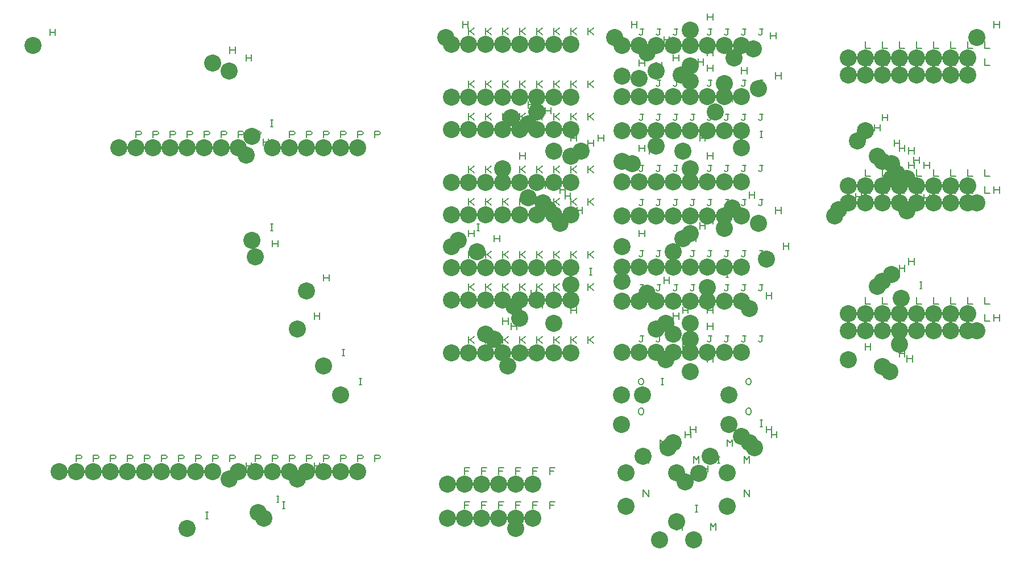
<source format=gbr>
G04 EasyPC Gerber Version 21.0.3 Build 4286 *
%FSLAX35Y35*%
%MOIN*%
%ADD11C,0.00500*%
%ADD81C,0.10000*%
X0Y0D02*
D02*
D11*
X19750Y316187D02*
Y319937D01*
Y318063D02*
X22875D01*
Y316187D02*
Y319937D01*
X35250Y66187D02*
Y69937D01*
X37437*
X38063Y69625*
X38375Y69000*
X38063Y68375*
X37437Y68063*
X35250*
X45250Y66187D02*
Y69937D01*
X47437*
X48063Y69625*
X48375Y69000*
X48063Y68375*
X47437Y68063*
X45250*
X55250Y66187D02*
Y69937D01*
X57437*
X58063Y69625*
X58375Y69000*
X58063Y68375*
X57437Y68063*
X55250*
X65250Y66187D02*
Y69937D01*
X67437*
X68063Y69625*
X68375Y69000*
X68063Y68375*
X67437Y68063*
X65250*
X70250Y256187D02*
Y259937D01*
X72437*
X73063Y259625*
X73375Y259000*
X73063Y258375*
X72437Y258063*
X70250*
X75250Y66187D02*
Y69937D01*
X77437*
X78063Y69625*
X78375Y69000*
X78063Y68375*
X77437Y68063*
X75250*
X80250Y256187D02*
Y259937D01*
X82437*
X83063Y259625*
X83375Y259000*
X83063Y258375*
X82437Y258063*
X80250*
X85250Y66187D02*
Y69937D01*
X87437*
X88063Y69625*
X88375Y69000*
X88063Y68375*
X87437Y68063*
X85250*
X90250Y256187D02*
Y259937D01*
X92437*
X93063Y259625*
X93375Y259000*
X93063Y258375*
X92437Y258063*
X90250*
X95250Y66187D02*
Y69937D01*
X97437*
X98063Y69625*
X98375Y69000*
X98063Y68375*
X97437Y68063*
X95250*
X100250Y256187D02*
Y259937D01*
X102437*
X103063Y259625*
X103375Y259000*
X103063Y258375*
X102437Y258063*
X100250*
X105250Y66187D02*
Y69937D01*
X107437*
X108063Y69625*
X108375Y69000*
X108063Y68375*
X107437Y68063*
X105250*
X111187Y32687D02*
X112437D01*
X111813D02*
Y36437D01*
X111187D02*
X112437D01*
X110250Y256187D02*
Y259937D01*
X112437*
X113063Y259625*
X113375Y259000*
X113063Y258375*
X112437Y258063*
X110250*
X115250Y66187D02*
Y69937D01*
X117437*
X118063Y69625*
X118375Y69000*
X118063Y68375*
X117437Y68063*
X115250*
X120250Y256187D02*
Y259937D01*
X122437*
X123063Y259625*
X123375Y259000*
X123063Y258375*
X122437Y258063*
X120250*
X125250Y66187D02*
Y69937D01*
X127437*
X128063Y69625*
X128375Y69000*
X128063Y68375*
X127437Y68063*
X125250*
Y305687D02*
Y309437D01*
Y307563D02*
X128375D01*
Y305687D02*
Y309437D01*
X130250Y256187D02*
Y259937D01*
X132437*
X133063Y259625*
X133375Y259000*
X133063Y258375*
X132437Y258063*
X130250*
X134750Y61687D02*
Y65437D01*
Y63563D02*
X137875D01*
Y61687D02*
Y65437D01*
X134750Y301187D02*
Y304937D01*
Y303063D02*
X137875D01*
Y301187D02*
Y304937D01*
X140250Y66187D02*
Y69937D01*
X142437*
X143063Y69625*
X143375Y69000*
X143063Y68375*
X142437Y68063*
X140250*
Y256187D02*
Y259937D01*
X142437*
X143063Y259625*
X143375Y259000*
X143063Y258375*
X142437Y258063*
X140250*
X144750Y251687D02*
Y255437D01*
Y253563D02*
X147875D01*
Y251687D02*
Y255437D01*
X149187Y201687D02*
X150437D01*
X149813D02*
Y205437D01*
X149187D02*
X150437D01*
X149187Y262687D02*
X150437D01*
X149813D02*
Y266437D01*
X149187D02*
X150437D01*
X150250Y66187D02*
Y69937D01*
X152437*
X153063Y69625*
X153375Y69000*
X153063Y68375*
X152437Y68063*
X150250*
Y192187D02*
Y195937D01*
Y194063D02*
X153375D01*
Y192187D02*
Y195937D01*
X152687Y42187D02*
X153937D01*
X153313D02*
Y45937D01*
X152687D02*
X153937D01*
X156187Y38687D02*
X157437D01*
X156813D02*
Y42437D01*
X156187D02*
X157437D01*
X160250Y66187D02*
Y69937D01*
X162437*
X163063Y69625*
X163375Y69000*
X163063Y68375*
X162437Y68063*
X160250*
Y256187D02*
Y259937D01*
X162437*
X163063Y259625*
X163375Y259000*
X163063Y258375*
X162437Y258063*
X160250*
X170250Y66187D02*
Y69937D01*
X172437*
X173063Y69625*
X173375Y69000*
X173063Y68375*
X172437Y68063*
X170250*
Y256187D02*
Y259937D01*
X172437*
X173063Y259625*
X173375Y259000*
X173063Y258375*
X172437Y258063*
X170250*
X174750Y61687D02*
Y65437D01*
Y63563D02*
X177875D01*
Y61687D02*
Y65437D01*
X174750Y149687D02*
Y153437D01*
Y151563D02*
X177875D01*
Y149687D02*
Y153437D01*
X180250Y66187D02*
Y69937D01*
X182437*
X183063Y69625*
X183375Y69000*
X183063Y68375*
X182437Y68063*
X180250*
Y172187D02*
Y175937D01*
Y174063D02*
X183375D01*
Y172187D02*
Y175937D01*
X180250Y256187D02*
Y259937D01*
X182437*
X183063Y259625*
X183375Y259000*
X183063Y258375*
X182437Y258063*
X180250*
X190250Y66187D02*
Y69937D01*
X192437*
X193063Y69625*
X193375Y69000*
X193063Y68375*
X192437Y68063*
X190250*
X191187Y128187D02*
X192437D01*
X191813D02*
Y131937D01*
X191187D02*
X192437D01*
X190250Y256187D02*
Y259937D01*
X192437*
X193063Y259625*
X193375Y259000*
X193063Y258375*
X192437Y258063*
X190250*
X200250Y66187D02*
Y69937D01*
X202437*
X203063Y69625*
X203375Y69000*
X203063Y68375*
X202437Y68063*
X200250*
X201187Y111187D02*
X202437D01*
X201813D02*
Y114937D01*
X201187D02*
X202437D01*
X200250Y256187D02*
Y259937D01*
X202437*
X203063Y259625*
X203375Y259000*
X203063Y258375*
X202437Y258063*
X200250*
X210250Y66187D02*
Y69937D01*
X212437*
X213063Y69625*
X213375Y69000*
X213063Y68375*
X212437Y68063*
X210250*
Y256187D02*
Y259937D01*
X212437*
X213063Y259625*
X213375Y259000*
X213063Y258375*
X212437Y258063*
X210250*
X261750Y320687D02*
Y324437D01*
Y322563D02*
X264875D01*
Y320687D02*
Y324437D01*
X262750Y38687D02*
Y42437D01*
X265875*
X265250Y40563D02*
X262750D01*
Y58687D02*
Y62437D01*
X265875*
X265250Y60563D02*
X262750D01*
X265250Y135695D02*
Y139445D01*
Y137570D02*
X266187D01*
X268375Y139445*
X266187Y137570D02*
X268375Y135695D01*
X265250Y166680D02*
Y170430D01*
Y168555D02*
X266187D01*
X268375Y170430*
X266187Y168555D02*
X268375Y166680D01*
X265250Y185695D02*
Y189445D01*
Y187570D02*
X266187D01*
X268375Y189445*
X266187Y187570D02*
X268375Y185695D01*
X265250Y198187D02*
Y201937D01*
Y200063D02*
X268375D01*
Y198187D02*
Y201937D01*
X265250Y216680D02*
Y220430D01*
Y218555D02*
X266187D01*
X268375Y220430*
X266187Y218555D02*
X268375Y216680D01*
X265250Y235695D02*
Y239445D01*
Y237570D02*
X266187D01*
X268375Y239445*
X266187Y237570D02*
X268375Y235695D01*
X265250Y266680D02*
Y270430D01*
Y268555D02*
X266187D01*
X268375Y270430*
X266187Y268555D02*
X268375Y266680D01*
X265250Y285695D02*
Y289445D01*
Y287570D02*
X266187D01*
X268375Y289445*
X266187Y287570D02*
X268375Y285695D01*
X265250Y316680D02*
Y320430D01*
Y318555D02*
X266187D01*
X268375Y320430*
X266187Y318555D02*
X268375Y316680D01*
X270187Y201687D02*
X271437D01*
X270813D02*
Y205437D01*
X270187D02*
X271437D01*
X272750Y38687D02*
Y42437D01*
X275875*
X275250Y40563D02*
X272750D01*
Y58687D02*
Y62437D01*
X275875*
X275250Y60563D02*
X272750D01*
X275250Y135695D02*
Y139445D01*
Y137570D02*
X276187D01*
X278375Y139445*
X276187Y137570D02*
X278375Y135695D01*
X275250Y166680D02*
Y170430D01*
Y168555D02*
X276187D01*
X278375Y170430*
X276187Y168555D02*
X278375Y166680D01*
X275250Y185695D02*
Y189445D01*
Y187570D02*
X276187D01*
X278375Y189445*
X276187Y187570D02*
X278375Y185695D01*
X275250Y216680D02*
Y220430D01*
Y218555D02*
X276187D01*
X278375Y220430*
X276187Y218555D02*
X278375Y216680D01*
X275250Y235695D02*
Y239445D01*
Y237570D02*
X276187D01*
X278375Y239445*
X276187Y237570D02*
X278375Y235695D01*
X275250Y266680D02*
Y270430D01*
Y268555D02*
X276187D01*
X278375Y270430*
X276187Y268555D02*
X278375Y266680D01*
X275250Y285695D02*
Y289445D01*
Y287570D02*
X276187D01*
X278375Y289445*
X276187Y287570D02*
X278375Y285695D01*
X275250Y316680D02*
Y320430D01*
Y318555D02*
X276187D01*
X278375Y320430*
X276187Y318555D02*
X278375Y316680D01*
X280250Y195187D02*
Y198937D01*
Y197063D02*
X283375D01*
Y195187D02*
Y198937D01*
X282750Y38687D02*
Y42437D01*
X285875*
X285250Y40563D02*
X282750D01*
Y58687D02*
Y62437D01*
X285875*
X285250Y60563D02*
X282750D01*
X285250Y135695D02*
Y139445D01*
Y137570D02*
X286187D01*
X288375Y139445*
X286187Y137570D02*
X288375Y135695D01*
X285250Y146687D02*
Y150437D01*
Y148563D02*
X288375D01*
Y146687D02*
Y150437D01*
X285250Y166680D02*
Y170430D01*
Y168555D02*
X286187D01*
X288375Y170430*
X286187Y168555D02*
X288375Y166680D01*
X285250Y185695D02*
Y189445D01*
Y187570D02*
X286187D01*
X288375Y189445*
X286187Y187570D02*
X288375Y185695D01*
X285250Y216680D02*
Y220430D01*
Y218555D02*
X286187D01*
X288375Y220430*
X286187Y218555D02*
X288375Y216680D01*
X285250Y235695D02*
Y239445D01*
Y237570D02*
X286187D01*
X288375Y239445*
X286187Y237570D02*
X288375Y235695D01*
X285250Y266680D02*
Y270430D01*
Y268555D02*
X286187D01*
X288375Y270430*
X286187Y268555D02*
X288375Y266680D01*
X285250Y285695D02*
Y289445D01*
Y287570D02*
X286187D01*
X288375Y289445*
X286187Y287570D02*
X288375Y285695D01*
X285250Y316680D02*
Y320430D01*
Y318555D02*
X286187D01*
X288375Y320430*
X286187Y318555D02*
X288375Y316680D01*
X290250Y143687D02*
Y147437D01*
Y145563D02*
X293375D01*
Y143687D02*
Y147437D01*
X292750Y38687D02*
Y42437D01*
X295875*
X295250Y40563D02*
X292750D01*
Y58687D02*
Y62437D01*
X295875*
X295250Y60563D02*
X292750D01*
X295250Y135695D02*
Y139445D01*
Y137570D02*
X296187D01*
X298375Y139445*
X296187Y137570D02*
X298375Y135695D01*
X295250Y166680D02*
Y170430D01*
Y168555D02*
X296187D01*
X298375Y170430*
X296187Y168555D02*
X298375Y166680D01*
X295250Y185695D02*
Y189445D01*
Y187570D02*
X296187D01*
X298375Y189445*
X296187Y187570D02*
X298375Y185695D01*
X295250Y216680D02*
Y220430D01*
Y218555D02*
X296187D01*
X298375Y220430*
X296187Y218555D02*
X298375Y216680D01*
X295250Y235695D02*
Y239445D01*
Y237570D02*
X296187D01*
X298375Y239445*
X296187Y237570D02*
X298375Y235695D01*
X295250Y243687D02*
Y247437D01*
Y245563D02*
X298375D01*
Y243687D02*
Y247437D01*
X295250Y266680D02*
Y270430D01*
Y268555D02*
X296187D01*
X298375Y270430*
X296187Y268555D02*
X298375Y266680D01*
X295250Y285695D02*
Y289445D01*
Y287570D02*
X296187D01*
X298375Y289445*
X296187Y287570D02*
X298375Y285695D01*
X295250Y316680D02*
Y320430D01*
Y318555D02*
X296187D01*
X298375Y320430*
X296187Y318555D02*
X298375Y316680D01*
X299187Y128187D02*
X300437D01*
X299813D02*
Y131937D01*
X299187D02*
X300437D01*
X300250Y273687D02*
Y277437D01*
Y275563D02*
X303375D01*
Y273687D02*
Y277437D01*
X301750Y163187D02*
Y166937D01*
Y165063D02*
X304875D01*
Y163187D02*
Y166937D01*
X303687Y32687D02*
X304937D01*
X304313D02*
Y36437D01*
X303687D02*
X304937D01*
X302750Y38687D02*
Y42437D01*
X305875*
X305250Y40563D02*
X302750D01*
Y58687D02*
Y62437D01*
X305875*
X305250Y60563D02*
X302750D01*
X305250Y135695D02*
Y139445D01*
Y137570D02*
X306187D01*
X308375Y139445*
X306187Y137570D02*
X308375Y135695D01*
X305250Y156187D02*
Y159937D01*
Y158063D02*
X308375D01*
Y156187D02*
Y159937D01*
X305250Y166680D02*
Y170430D01*
Y168555D02*
X306187D01*
X308375Y170430*
X306187Y168555D02*
X308375Y166680D01*
X305250Y185695D02*
Y189445D01*
Y187570D02*
X306187D01*
X308375Y189445*
X306187Y187570D02*
X308375Y185695D01*
X305250Y216680D02*
Y220430D01*
Y218555D02*
X306187D01*
X308375Y220430*
X306187Y218555D02*
X308375Y216680D01*
X305250Y235695D02*
Y239445D01*
Y237570D02*
X306187D01*
X308375Y239445*
X306187Y237570D02*
X308375Y235695D01*
X305250Y266680D02*
Y270430D01*
Y268555D02*
X306187D01*
X308375Y270430*
X306187Y268555D02*
X308375Y266680D01*
X305250Y285695D02*
Y289445D01*
Y287570D02*
X306187D01*
X308375Y289445*
X306187Y287570D02*
X308375Y285695D01*
X305250Y316680D02*
Y320430D01*
Y318555D02*
X306187D01*
X308375Y320430*
X306187Y318555D02*
X308375Y316680D01*
X310250Y226687D02*
Y230437D01*
Y228563D02*
X313375D01*
Y226687D02*
Y230437D01*
X310250Y270187D02*
Y273937D01*
Y272063D02*
X313375D01*
Y270187D02*
Y273937D01*
X312750Y38687D02*
Y42437D01*
X315875*
X315250Y40563D02*
X312750D01*
Y58687D02*
Y62437D01*
X315875*
X315250Y60563D02*
X312750D01*
X315250Y135695D02*
Y139445D01*
Y137570D02*
X316187D01*
X318375Y139445*
X316187Y137570D02*
X318375Y135695D01*
X315250Y166680D02*
Y170430D01*
Y168555D02*
X316187D01*
X318375Y170430*
X316187Y168555D02*
X318375Y166680D01*
X315250Y185695D02*
Y189445D01*
Y187570D02*
X316187D01*
X318375Y189445*
X316187Y187570D02*
X318375Y185695D01*
X315250Y216680D02*
Y220430D01*
Y218555D02*
X316187D01*
X318375Y220430*
X316187Y218555D02*
X318375Y216680D01*
X315250Y235695D02*
Y239445D01*
Y237570D02*
X316187D01*
X318375Y239445*
X316187Y237570D02*
X318375Y235695D01*
X315250Y266680D02*
Y270430D01*
Y268555D02*
X316187D01*
X318375Y270430*
X316187Y268555D02*
X318375Y266680D01*
X315250Y277187D02*
Y280937D01*
Y279063D02*
X318375D01*
Y277187D02*
Y280937D01*
X315250Y285695D02*
Y289445D01*
Y287570D02*
X316187D01*
X318375Y289445*
X316187Y287570D02*
X318375Y285695D01*
X315250Y316680D02*
Y320430D01*
Y318555D02*
X316187D01*
X318375Y320430*
X316187Y318555D02*
X318375Y316680D01*
X318750Y223687D02*
Y227437D01*
Y225563D02*
X321875D01*
Y223687D02*
Y227437D01*
X321750Y220187D02*
Y223937D01*
Y222063D02*
X324875D01*
Y220187D02*
Y223937D01*
X325250Y135695D02*
Y139445D01*
Y137570D02*
X326187D01*
X328375Y139445*
X326187Y137570D02*
X328375Y135695D01*
X325250Y153187D02*
Y156937D01*
Y155063D02*
X328375D01*
Y153187D02*
Y156937D01*
X325250Y166680D02*
Y170430D01*
Y168555D02*
X326187D01*
X328375Y170430*
X326187Y168555D02*
X328375Y166680D01*
X325250Y185695D02*
Y189445D01*
Y187570D02*
X326187D01*
X328375Y189445*
X326187Y187570D02*
X328375Y185695D01*
X325250Y216680D02*
Y220430D01*
Y218555D02*
X326187D01*
X328375Y220430*
X326187Y218555D02*
X328375Y216680D01*
X325250Y235695D02*
Y239445D01*
Y237570D02*
X326187D01*
X328375Y239445*
X326187Y237570D02*
X328375Y235695D01*
X325250Y254187D02*
Y257937D01*
Y256063D02*
X328375D01*
Y254187D02*
Y257937D01*
X325250Y266680D02*
Y270430D01*
Y268555D02*
X326187D01*
X328375Y270430*
X326187Y268555D02*
X328375Y266680D01*
X325250Y285695D02*
Y289445D01*
Y287570D02*
X326187D01*
X328375Y289445*
X326187Y287570D02*
X328375Y285695D01*
X325250Y316680D02*
Y320430D01*
Y318555D02*
X326187D01*
X328375Y320430*
X326187Y318555D02*
X328375Y316680D01*
X328750Y211687D02*
Y215437D01*
Y213563D02*
X331875D01*
Y211687D02*
Y215437D01*
X335250Y135695D02*
Y139445D01*
Y137570D02*
X336187D01*
X338375Y139445*
X336187Y137570D02*
X338375Y135695D01*
X335250Y166680D02*
Y170430D01*
Y168555D02*
X336187D01*
X338375Y170430*
X336187Y168555D02*
X338375Y166680D01*
X336187Y175687D02*
X337437D01*
X336813D02*
Y179437D01*
X336187D02*
X337437D01*
X335250Y185695D02*
Y189445D01*
Y187570D02*
X336187D01*
X338375Y189445*
X336187Y187570D02*
X338375Y185695D01*
X335250Y216680D02*
Y220430D01*
Y218555D02*
X336187D01*
X338375Y220430*
X336187Y218555D02*
X338375Y216680D01*
X335250Y235695D02*
Y239445D01*
Y237570D02*
X336187D01*
X338375Y239445*
X336187Y237570D02*
X338375Y235695D01*
X335250Y251187D02*
Y254937D01*
Y253063D02*
X338375D01*
Y251187D02*
Y254937D01*
X335250Y266680D02*
Y270430D01*
Y268555D02*
X336187D01*
X338375Y270430*
X336187Y268555D02*
X338375Y266680D01*
X335250Y285695D02*
Y289445D01*
Y287570D02*
X336187D01*
X338375Y289445*
X336187Y287570D02*
X338375Y285695D01*
X335250Y316680D02*
Y320430D01*
Y318555D02*
X336187D01*
X338375Y320430*
X336187Y318555D02*
X338375Y316680D01*
X341250Y254187D02*
Y257937D01*
Y256063D02*
X344375D01*
Y254187D02*
Y257937D01*
X360750Y320687D02*
Y324437D01*
Y322563D02*
X363875D01*
Y320687D02*
Y324437D01*
X364758Y94937D02*
Y96187D01*
X365070Y96813*
X365383Y97125*
X366008Y97437*
X366633*
X367258Y97125*
X367570Y96813*
X367883Y96187*
Y94937*
X367570Y94313*
X367258Y94000*
X366633Y93687*
X366008*
X365383Y94000*
X365070Y94313*
X364758Y94937*
Y112437D02*
Y113687D01*
X365070Y114313*
X365383Y114625*
X366008Y114937*
X366633*
X367258Y114625*
X367570Y114313*
X367883Y113687*
Y112437*
X367570Y111813*
X367258Y111500*
X366633Y111187*
X366008*
X365383Y111500*
X365070Y111813*
X364758Y112437*
X365250Y136813D02*
X365563Y136500D01*
X366187Y136187*
X366813Y136500*
X367125Y136813*
Y139937*
X367750*
X367125D02*
X365875D01*
X365250Y166813D02*
X365563Y166500D01*
X366187Y166187*
X366813Y166500*
X367125Y166813*
Y169937*
X367750*
X367125D02*
X365875D01*
X365250Y177687D02*
Y181437D01*
Y179563D02*
X368375D01*
Y177687D02*
Y181437D01*
X365250Y186813D02*
X365563Y186500D01*
X366187Y186187*
X366813Y186500*
X367125Y186813*
Y189937*
X367750*
X367125D02*
X365875D01*
X365250Y198187D02*
Y201937D01*
Y200063D02*
X368375D01*
Y198187D02*
Y201937D01*
X365250Y216813D02*
X365563Y216500D01*
X366187Y216187*
X366813Y216500*
X367125Y216813*
Y219937*
X367750*
X367125D02*
X365875D01*
X365250Y236813D02*
X365563Y236500D01*
X366187Y236187*
X366813Y236500*
X367125Y236813*
Y239937*
X367750*
X367125D02*
X365875D01*
X365250Y248187D02*
Y251937D01*
Y250063D02*
X368375D01*
Y248187D02*
Y251937D01*
X365250Y266813D02*
X365563Y266500D01*
X366187Y266187*
X366813Y266500*
X367125Y266813*
Y269937*
X367750*
X367125D02*
X365875D01*
X365250Y286813D02*
X365563Y286500D01*
X366187Y286187*
X366813Y286500*
X367125Y286813*
Y289937*
X367750*
X367125D02*
X365875D01*
X365250Y298187D02*
Y301937D01*
Y300063D02*
X368375D01*
Y298187D02*
Y301937D01*
X365250Y316813D02*
X365563Y316500D01*
X366187Y316187*
X366813Y316500*
X367125Y316813*
Y319937*
X367750*
X367125D02*
X365875D01*
X367593Y45715D02*
Y49465D01*
X370718Y45715*
Y49465*
X367593Y65400D02*
Y69150D01*
X369155Y67275*
X370718Y69150*
Y65400*
X371250Y246687D02*
Y250437D01*
Y248563D02*
X374375D01*
Y246687D02*
Y250437D01*
X375250Y136813D02*
X375563Y136500D01*
X376187Y136187*
X376813Y136500*
X377125Y136813*
Y139937*
X377750*
X377125D02*
X375875D01*
X375250Y166813D02*
X375563Y166500D01*
X376187Y166187*
X376813Y166500*
X377125Y166813*
Y169937*
X377750*
X377125D02*
X375875D01*
X375250Y186813D02*
X375563Y186500D01*
X376187Y186187*
X376813Y186500*
X377125Y186813*
Y189937*
X377750*
X377125D02*
X375875D01*
X375250Y216813D02*
X375563Y216500D01*
X376187Y216187*
X376813Y216500*
X377125Y216813*
Y219937*
X377750*
X377125D02*
X375875D01*
X375250Y236813D02*
X375563Y236500D01*
X376187Y236187*
X376813Y236500*
X377125Y236813*
Y239937*
X377750*
X377125D02*
X375875D01*
X375250Y266813D02*
X375563Y266500D01*
X376187Y266187*
X376813Y266500*
X377125Y266813*
Y269937*
X377750*
X377125D02*
X375875D01*
X375250Y286813D02*
X375563Y286500D01*
X376187Y286187*
X376813Y286500*
X377125Y286813*
Y289937*
X377750*
X377125D02*
X375875D01*
X375250Y296687D02*
Y300437D01*
Y298563D02*
X378375D01*
Y296687D02*
Y300437D01*
X375250Y316813D02*
X375563Y316500D01*
X376187Y316187*
X376813Y316500*
X377125Y316813*
Y319937*
X377750*
X377125D02*
X375875D01*
X378187Y111187D02*
X379437D01*
X378813D02*
Y114937D01*
X378187D02*
X379437D01*
X377435Y75243D02*
Y78993D01*
X378998Y77118*
X380560Y78993*
Y75243*
X379750Y170687D02*
Y174437D01*
Y172563D02*
X382875D01*
Y170687D02*
Y174437D01*
X379750Y311687D02*
Y315437D01*
Y313563D02*
X382875D01*
Y311687D02*
Y315437D01*
X385250Y136813D02*
X385563Y136500D01*
X386187Y136187*
X386813Y136500*
X387125Y136813*
Y139937*
X387750*
X387125D02*
X385875D01*
X385250Y149687D02*
Y153437D01*
Y151563D02*
X388375D01*
Y149687D02*
Y153437D01*
X385250Y166813D02*
X385563Y166500D01*
X386187Y166187*
X386813Y166500*
X387125Y166813*
Y169937*
X387750*
X387125D02*
X385875D01*
X385250Y186813D02*
X385563Y186500D01*
X386187Y186187*
X386813Y186500*
X387125Y186813*
Y189937*
X387750*
X387125D02*
X385875D01*
X385250Y216813D02*
X385563Y216500D01*
X386187Y216187*
X386813Y216500*
X387125Y216813*
Y219937*
X387750*
X387125D02*
X385875D01*
X385250Y236813D02*
X385563Y236500D01*
X386187Y236187*
X386813Y236500*
X387125Y236813*
Y239937*
X387750*
X387125D02*
X385875D01*
X385250Y257187D02*
Y260937D01*
Y259063D02*
X388375D01*
Y257187D02*
Y260937D01*
X385250Y266813D02*
X385563Y266500D01*
X386187Y266187*
X386813Y266500*
X387125Y266813*
Y269937*
X387750*
X387125D02*
X385875D01*
X385250Y286813D02*
X385563Y286500D01*
X386187Y286187*
X386813Y286500*
X387125Y286813*
Y289937*
X387750*
X387125D02*
X385875D01*
X385250Y301187D02*
Y304937D01*
Y303063D02*
X388375D01*
Y301187D02*
Y304937D01*
X385250Y316813D02*
X385563Y316500D01*
X386187Y316187*
X386813Y316500*
X387125Y316813*
Y319937*
X387750*
X387125D02*
X385875D01*
X387278Y26030D02*
Y29780D01*
X388840Y27905*
X390403Y29780*
Y26030*
X390750Y131687D02*
Y135437D01*
Y133563D02*
X393875D01*
Y131687D02*
Y135437D01*
X390750Y153187D02*
Y156937D01*
Y155063D02*
X393875D01*
Y153187D02*
Y156937D01*
X392250Y80187D02*
Y83937D01*
Y82063D02*
X395375D01*
Y80187D02*
Y83937D01*
X395250Y83187D02*
Y86937D01*
Y85063D02*
X398375D01*
Y83187D02*
Y86937D01*
X395250Y136813D02*
X395563Y136500D01*
X396187Y136187*
X396813Y136500*
X397125Y136813*
Y139937*
X397750*
X397125D02*
X395875D01*
X395250Y146687D02*
Y150437D01*
Y148563D02*
X398375D01*
Y146687D02*
Y150437D01*
X395250Y166813D02*
X395563Y166500D01*
X396187Y166187*
X396813Y166500*
X397125Y166813*
Y169937*
X397750*
X397125D02*
X395875D01*
X395250Y186813D02*
X395563Y186500D01*
X396187Y186187*
X396813Y186500*
X397125Y186813*
Y189937*
X397750*
X397125D02*
X395875D01*
X395250Y195187D02*
Y198937D01*
Y197063D02*
X398375D01*
Y195187D02*
Y198937D01*
X395250Y216813D02*
X395563Y216500D01*
X396187Y216187*
X396813Y216500*
X397125Y216813*
Y219937*
X397750*
X397125D02*
X395875D01*
X395250Y236813D02*
X395563Y236500D01*
X396187Y236187*
X396813Y236500*
X397125Y236813*
Y239937*
X397750*
X397125D02*
X395875D01*
X395250Y266813D02*
X395563Y266500D01*
X396187Y266187*
X396813Y266500*
X397125Y266813*
Y269937*
X397750*
X397125D02*
X395875D01*
X395250Y286813D02*
X395563Y286500D01*
X396187Y286187*
X396813Y286500*
X397125Y286813*
Y289937*
X397750*
X397125D02*
X395875D01*
X395250Y316813D02*
X395563Y316500D01*
X396187Y316187*
X396813Y316500*
X397125Y316813*
Y319937*
X397750*
X397125D02*
X395875D01*
X398057Y36687D02*
X399307D01*
X398683D02*
Y40437D01*
X398057D02*
X399307D01*
X397120Y65400D02*
Y69150D01*
X398683Y67275*
X400245Y69150*
Y65400*
X399750Y298687D02*
Y302437D01*
Y300563D02*
X402875D01*
Y298687D02*
Y302437D01*
X400750Y202687D02*
Y206437D01*
Y204563D02*
X403875D01*
Y202687D02*
Y206437D01*
X400750Y254187D02*
Y257937D01*
Y256063D02*
X403875D01*
Y254187D02*
Y257937D01*
X402250Y60187D02*
Y63937D01*
Y62063D02*
X405375D01*
Y60187D02*
Y63937D01*
X405250Y124687D02*
Y128437D01*
Y126563D02*
X408375D01*
Y124687D02*
Y128437D01*
X405250Y136813D02*
X405563Y136500D01*
X406187Y136187*
X406813Y136500*
X407125Y136813*
Y139937*
X407750*
X407125D02*
X405875D01*
X405250Y143687D02*
Y147437D01*
Y145563D02*
X408375D01*
Y143687D02*
Y147437D01*
X405250Y153187D02*
Y156937D01*
Y155063D02*
X408375D01*
Y153187D02*
Y156937D01*
X405250Y166813D02*
X405563Y166500D01*
X406187Y166187*
X406813Y166500*
X407125Y166813*
Y169937*
X407750*
X407125D02*
X405875D01*
X405250Y186813D02*
X405563Y186500D01*
X406187Y186187*
X406813Y186500*
X407125Y186813*
Y189937*
X407750*
X407125D02*
X405875D01*
X405250Y205687D02*
Y209437D01*
Y207563D02*
X408375D01*
Y205687D02*
Y209437D01*
X405250Y216813D02*
X405563Y216500D01*
X406187Y216187*
X406813Y216500*
X407125Y216813*
Y219937*
X407750*
X407125D02*
X405875D01*
X405250Y236813D02*
X405563Y236500D01*
X406187Y236187*
X406813Y236500*
X407125Y236813*
Y239937*
X407750*
X407125D02*
X405875D01*
X405250Y243687D02*
Y247437D01*
Y245563D02*
X408375D01*
Y243687D02*
Y247437D01*
X405250Y266813D02*
X405563Y266500D01*
X406187Y266187*
X406813Y266500*
X407125Y266813*
Y269937*
X407750*
X407125D02*
X405875D01*
X405250Y286813D02*
X405563Y286500D01*
X406187Y286187*
X406813Y286500*
X407125Y286813*
Y289937*
X407750*
X407125D02*
X405875D01*
X405250Y295187D02*
Y298937D01*
Y297063D02*
X408375D01*
Y295187D02*
Y298937D01*
X405250Y304187D02*
Y307937D01*
Y306063D02*
X408375D01*
Y304187D02*
Y307937D01*
X405250Y316813D02*
X405563Y316500D01*
X406187Y316187*
X406813Y316500*
X407125Y316813*
Y319937*
X407750*
X407125D02*
X405875D01*
X405250Y325187D02*
Y328937D01*
Y327063D02*
X408375D01*
Y325187D02*
Y328937D01*
X406963Y26030D02*
Y29780D01*
X408525Y27905*
X410088Y29780*
Y26030*
X411187Y65187D02*
X412437D01*
X411813D02*
Y68937D01*
X411187D02*
X412437D01*
X415250Y136813D02*
X415563Y136500D01*
X416187Y136187*
X416813Y136500*
X417125Y136813*
Y139937*
X417750*
X417125D02*
X415875D01*
X415250Y166813D02*
X415563Y166500D01*
X416187Y166187*
X416813Y166500*
X417125Y166813*
Y169937*
X417750*
X417125D02*
X415875D01*
X416187Y174187D02*
X417437D01*
X416813D02*
Y177937D01*
X416187D02*
X417437D01*
X415250Y186813D02*
X415563Y186500D01*
X416187Y186187*
X416813Y186500*
X417125Y186813*
Y189937*
X417750*
X417125D02*
X415875D01*
X415250Y216813D02*
X415563Y216500D01*
X416187Y216187*
X416813Y216500*
X417125Y216813*
Y219937*
X417750*
X417125D02*
X415875D01*
X415250Y236813D02*
X415563Y236500D01*
X416187Y236187*
X416813Y236500*
X417125Y236813*
Y239937*
X417750*
X417125D02*
X415875D01*
X415250Y266813D02*
X415563Y266500D01*
X416187Y266187*
X416813Y266500*
X417125Y266813*
Y269937*
X417750*
X417125D02*
X415875D01*
X415250Y286813D02*
X415563Y286500D01*
X416187Y286187*
X416813Y286500*
X417125Y286813*
Y289937*
X417750*
X417125D02*
X415875D01*
X415250Y316813D02*
X415563Y316500D01*
X416187Y316187*
X416813Y316500*
X417125Y316813*
Y319937*
X417750*
X417125D02*
X415875D01*
X416805Y75243D02*
Y78993D01*
X418368Y77118*
X419930Y78993*
Y75243*
X419750Y277187D02*
Y280937D01*
Y279063D02*
X422875D01*
Y277187D02*
Y280937D01*
X425250Y136813D02*
X425563Y136500D01*
X426187Y136187*
X426813Y136500*
X427125Y136813*
Y139937*
X427750*
X427125D02*
X425875D01*
X425250Y166813D02*
X425563Y166500D01*
X426187Y166187*
X426813Y166500*
X427125Y166813*
Y169937*
X427750*
X427125D02*
X425875D01*
X425250Y186813D02*
X425563Y186500D01*
X426187Y186187*
X426813Y186500*
X427125Y186813*
Y189937*
X427750*
X427125D02*
X425875D01*
X425250Y208687D02*
Y212437D01*
Y210563D02*
X428375D01*
Y208687D02*
Y212437D01*
X425250Y216813D02*
X425563Y216500D01*
X426187Y216187*
X426813Y216500*
X427125Y216813*
Y219937*
X427750*
X427125D02*
X425875D01*
X425250Y236813D02*
X425563Y236500D01*
X426187Y236187*
X426813Y236500*
X427125Y236813*
Y239937*
X427750*
X427125D02*
X425875D01*
X425250Y266813D02*
X425563Y266500D01*
X426187Y266187*
X426813Y266500*
X427125Y266813*
Y269937*
X427750*
X427125D02*
X425875D01*
X425250Y286813D02*
X425563Y286500D01*
X426187Y286187*
X426813Y286500*
X427125Y286813*
Y289937*
X427750*
X427125D02*
X425875D01*
X425250Y293687D02*
Y297437D01*
Y295563D02*
X428375D01*
Y293687D02*
Y297437D01*
X425250Y316813D02*
X425563Y316500D01*
X426187Y316187*
X426813Y316500*
X427125Y316813*
Y319937*
X427750*
X427125D02*
X425875D01*
X426648Y45715D02*
Y49465D01*
X429773Y45715*
Y49465*
X426648Y65400D02*
Y69150D01*
X428210Y67275*
X429773Y69150*
Y65400*
X427750Y94937D02*
Y96187D01*
X428063Y96813*
X428375Y97125*
X429000Y97437*
X429625*
X430250Y97125*
X430563Y96813*
X430875Y96187*
Y94937*
X430563Y94313*
X430250Y94000*
X429625Y93687*
X429000*
X428375Y94000*
X428063Y94313*
X427750Y94937*
Y112437D02*
Y113687D01*
X428063Y114313*
X428375Y114625*
X429000Y114937*
X429625*
X430250Y114625*
X430563Y114313*
X430875Y113687*
Y112437*
X430563Y111813*
X430250Y111500*
X429625Y111187*
X429000*
X428375Y111500*
X428063Y111813*
X427750Y112437*
X429750Y220687D02*
Y224437D01*
Y222563D02*
X432875D01*
Y220687D02*
Y224437D01*
X430750Y308687D02*
Y312437D01*
Y310563D02*
X433875D01*
Y308687D02*
Y312437D01*
X436187Y86687D02*
X437437D01*
X436813D02*
Y90437D01*
X436187D02*
X437437D01*
X435250Y136813D02*
X435563Y136500D01*
X436187Y136187*
X436813Y136500*
X437125Y136813*
Y139937*
X437750*
X437125D02*
X435875D01*
X435250Y166813D02*
X435563Y166500D01*
X436187Y166187*
X436813Y166500*
X437125Y166813*
Y169937*
X437750*
X437125D02*
X435875D01*
X435250Y186813D02*
X435563Y186500D01*
X436187Y186187*
X436813Y186500*
X437125Y186813*
Y189937*
X437750*
X437125D02*
X435875D01*
X435250Y216813D02*
X435563Y216500D01*
X436187Y216187*
X436813Y216500*
X437125Y216813*
Y219937*
X437750*
X437125D02*
X435875D01*
X435250Y236813D02*
X435563Y236500D01*
X436187Y236187*
X436813Y236500*
X437125Y236813*
Y239937*
X437750*
X437125D02*
X435875D01*
X436187Y256187D02*
X437437D01*
X436813D02*
Y259937D01*
X436187D02*
X437437D01*
X435250Y266813D02*
X435563Y266500D01*
X436187Y266187*
X436813Y266500*
X437125Y266813*
Y269937*
X437750*
X437125D02*
X435875D01*
X435250Y286813D02*
X435563Y286500D01*
X436187Y286187*
X436813Y286500*
X437125Y286813*
Y289937*
X437750*
X437125D02*
X435875D01*
X435250Y316813D02*
X435563Y316500D01*
X436187Y316187*
X436813Y316500*
X437125Y316813*
Y319937*
X437750*
X437125D02*
X435875D01*
X439750Y83187D02*
Y86937D01*
Y85063D02*
X442875D01*
Y83187D02*
Y86937D01*
X439750Y161687D02*
Y165437D01*
Y163563D02*
X442875D01*
Y161687D02*
Y165437D01*
X442250Y314187D02*
Y317937D01*
Y316063D02*
X445375D01*
Y314187D02*
Y317937D01*
X442750Y80187D02*
Y83937D01*
Y82063D02*
X445875D01*
Y80187D02*
Y83937D01*
X445250Y211687D02*
Y215437D01*
Y213563D02*
X448375D01*
Y211687D02*
Y215437D01*
X445250Y290687D02*
Y294437D01*
Y292563D02*
X448375D01*
Y290687D02*
Y294437D01*
X449750Y190687D02*
Y194437D01*
Y192563D02*
X452875D01*
Y190687D02*
Y194437D01*
X490687Y216187D02*
X491937D01*
X491313D02*
Y219937D01*
X490687D02*
X491937D01*
X492250Y219687D02*
Y223437D01*
Y221563D02*
X495375D01*
Y219687D02*
Y223437D01*
X497750Y131687D02*
Y135437D01*
Y133563D02*
X500875D01*
Y131687D02*
Y135437D01*
X497750Y152437D02*
Y148687D01*
X500875*
X497750Y162437D02*
Y158687D01*
X500875*
X497750Y227437D02*
Y223687D01*
X500875*
X497750Y237437D02*
Y233687D01*
X500875*
X497750Y302437D02*
Y298687D01*
X500875*
X497750Y312437D02*
Y308687D01*
X500875*
X503250Y260187D02*
Y263937D01*
Y262063D02*
X506375D01*
Y260187D02*
Y263937D01*
X507750Y152437D02*
Y148687D01*
X510875*
X507750Y162437D02*
Y158687D01*
X510875*
X507750Y227437D02*
Y223687D01*
X510875*
X507750Y237437D02*
Y233687D01*
X510875*
X507750Y266187D02*
Y269937D01*
Y268063D02*
X510875D01*
Y266187D02*
Y269937D01*
X507750Y302437D02*
Y298687D01*
X510875*
X507750Y312437D02*
Y308687D01*
X510875*
X514750Y174687D02*
Y178437D01*
Y176563D02*
X517875D01*
Y174687D02*
Y178437D01*
X514750Y251187D02*
Y254937D01*
Y253063D02*
X517875D01*
Y251187D02*
Y254937D01*
X517750Y127687D02*
Y131437D01*
Y129563D02*
X520875D01*
Y127687D02*
Y131437D01*
X517750Y152437D02*
Y148687D01*
X520875*
X517750Y162437D02*
Y158687D01*
X520875*
X517750Y177687D02*
Y181437D01*
Y179563D02*
X520875D01*
Y177687D02*
Y181437D01*
X517750Y227437D02*
Y223687D01*
X520875*
X517750Y237437D02*
Y233687D01*
X520875*
X517750Y248187D02*
Y251937D01*
Y250063D02*
X520875D01*
Y248187D02*
Y251937D01*
X517750Y302437D02*
Y298687D01*
X520875*
X517750Y312437D02*
Y308687D01*
X520875*
X522250Y124687D02*
Y128437D01*
Y126563D02*
X525375D01*
Y124687D02*
Y128437D01*
X523250Y181687D02*
Y185437D01*
Y183563D02*
X526375D01*
Y181687D02*
Y185437D01*
X523250Y238187D02*
Y241937D01*
Y240063D02*
X526375D01*
Y238187D02*
Y241937D01*
X523250Y246687D02*
Y250437D01*
Y248563D02*
X526375D01*
Y246687D02*
Y250437D01*
X526250Y241187D02*
Y244937D01*
Y243063D02*
X529375D01*
Y241187D02*
Y244937D01*
X527750Y140687D02*
Y144437D01*
Y142563D02*
X530875D01*
Y140687D02*
Y144437D01*
X527750Y152437D02*
Y148687D01*
X530875*
X527750Y162437D02*
Y158687D01*
X530875*
X527750Y227437D02*
Y223687D01*
X530875*
X527750Y237437D02*
Y233687D01*
X530875*
X527750Y302437D02*
Y298687D01*
X530875*
X527750Y312437D02*
Y308687D01*
X530875*
X529687Y167687D02*
X530937D01*
X530313D02*
Y171437D01*
X529687D02*
X530937D01*
X532250Y219187D02*
Y222937D01*
Y221063D02*
X535375D01*
Y219187D02*
Y222937D01*
X532250Y238187D02*
Y241937D01*
Y240063D02*
X535375D01*
Y238187D02*
Y241937D01*
X537750Y152437D02*
Y148687D01*
X540875*
X537750Y162437D02*
Y158687D01*
X540875*
X537750Y227437D02*
Y223687D01*
X540875*
X537750Y237437D02*
Y233687D01*
X540875*
X537750Y302437D02*
Y298687D01*
X540875*
X537750Y312437D02*
Y308687D01*
X540875*
X547750Y152437D02*
Y148687D01*
X550875*
X547750Y162437D02*
Y158687D01*
X550875*
X547750Y227437D02*
Y223687D01*
X550875*
X547750Y237437D02*
Y233687D01*
X550875*
X547750Y302437D02*
Y298687D01*
X550875*
X547750Y312437D02*
Y308687D01*
X550875*
X557750Y152437D02*
Y148687D01*
X560875*
X557750Y162437D02*
Y158687D01*
X560875*
X557750Y227437D02*
Y223687D01*
X560875*
X557750Y237437D02*
Y233687D01*
X560875*
X557750Y302437D02*
Y298687D01*
X560875*
X557750Y312437D02*
Y308687D01*
X560875*
X567750Y152437D02*
Y148687D01*
X570875*
X567750Y162437D02*
Y158687D01*
X570875*
X567750Y227437D02*
Y223687D01*
X570875*
X567750Y237437D02*
Y233687D01*
X570875*
X567750Y302437D02*
Y298687D01*
X570875*
X567750Y312437D02*
Y308687D01*
X570875*
X573250Y148687D02*
Y152437D01*
Y150563D02*
X576375D01*
Y148687D02*
Y152437D01*
X573250Y223687D02*
Y227437D01*
Y225563D02*
X576375D01*
Y223687D02*
Y227437D01*
X573250Y320687D02*
Y324437D01*
Y322563D02*
X576375D01*
Y320687D02*
Y324437D01*
D02*
D81*
X9750Y310250D03*
X25250Y60250D03*
X35250D03*
X45250D03*
X55250D03*
X60250Y250250D03*
X65250Y60250D03*
X70250Y250250D03*
X75250Y60250D03*
X80250Y250250D03*
X85250Y60250D03*
X90250Y250250D03*
X95250Y60250D03*
X100250Y26750D03*
Y250250D03*
X105250Y60250D03*
X110250Y250250D03*
X115250Y60250D03*
Y299750D03*
X120250Y250250D03*
X124750Y55750D03*
Y295250D03*
X130250Y60250D03*
Y250250D03*
X134750Y245750D03*
X138250Y195750D03*
Y256750D03*
X140250Y60250D03*
Y186250D03*
X141750Y36250D03*
X145250Y32750D03*
X150250Y60250D03*
Y250250D03*
X160250Y60250D03*
Y250250D03*
X164750Y55750D03*
Y143750D03*
X170250Y60250D03*
Y166250D03*
Y250250D03*
X180250Y60250D03*
Y122250D03*
Y250250D03*
X190250Y60250D03*
Y105250D03*
Y250250D03*
X200250Y60250D03*
Y250250D03*
X251750Y314750D03*
X252750Y32750D03*
Y52750D03*
X255250Y129758D03*
Y160742D03*
Y179758D03*
Y192250D03*
Y210742D03*
Y229758D03*
Y260742D03*
Y279758D03*
Y310742D03*
X259250Y195750D03*
X262750Y32750D03*
Y52750D03*
X265250Y129758D03*
Y160742D03*
Y179758D03*
Y210742D03*
Y229758D03*
Y260742D03*
Y279758D03*
Y310742D03*
X270250Y189250D03*
X272750Y32750D03*
Y52750D03*
X275250Y129758D03*
Y140750D03*
Y160742D03*
Y179758D03*
Y210742D03*
Y229758D03*
Y260742D03*
Y279758D03*
Y310742D03*
X280250Y137750D03*
X282750Y32750D03*
Y52750D03*
X285250Y129758D03*
Y160742D03*
Y179758D03*
Y210742D03*
Y229758D03*
Y237750D03*
Y260742D03*
Y279758D03*
Y310742D03*
X288250Y122250D03*
X290250Y267750D03*
X291750Y157250D03*
X292750Y26750D03*
Y32750D03*
Y52750D03*
X295250Y129758D03*
Y150250D03*
Y160742D03*
Y179758D03*
Y210742D03*
Y229758D03*
Y260742D03*
Y279758D03*
Y310742D03*
X300250Y220750D03*
Y264250D03*
X302750Y32750D03*
Y52750D03*
X305250Y129758D03*
Y160742D03*
Y179758D03*
Y210742D03*
Y229758D03*
Y260742D03*
Y271250D03*
Y279758D03*
Y310742D03*
X308750Y217750D03*
X311750Y214250D03*
X315250Y129758D03*
Y147250D03*
Y160742D03*
Y179758D03*
Y210742D03*
Y229758D03*
Y248250D03*
Y260742D03*
Y279758D03*
Y310742D03*
X318750Y205750D03*
X325250Y129758D03*
Y160742D03*
Y169750D03*
Y179758D03*
Y210742D03*
Y229758D03*
Y245250D03*
Y260742D03*
Y279758D03*
Y310742D03*
X331250Y248250D03*
X350750Y314750D03*
X354758Y87750D03*
Y105250D03*
X355250Y130250D03*
Y160250D03*
Y171750D03*
Y180250D03*
Y192250D03*
Y210250D03*
Y230250D03*
Y242250D03*
Y260250D03*
Y280250D03*
Y292250D03*
Y310250D03*
X357593Y39778D03*
Y59463D03*
X361250Y240750D03*
X365250Y130250D03*
Y160250D03*
Y180250D03*
Y210250D03*
Y230250D03*
Y260250D03*
Y280250D03*
Y290750D03*
Y310250D03*
X367250Y105250D03*
X367435Y69305D03*
X369750Y164750D03*
Y305750D03*
X375250Y130250D03*
Y143750D03*
Y160250D03*
Y180250D03*
Y210250D03*
Y230250D03*
Y251250D03*
Y260250D03*
Y280250D03*
Y295250D03*
Y310250D03*
X377278Y20093D03*
X380750Y125750D03*
Y147250D03*
X382250Y74250D03*
X385250Y77250D03*
Y130250D03*
Y140750D03*
Y160250D03*
Y180250D03*
Y189250D03*
Y210250D03*
Y230250D03*
Y260250D03*
Y280250D03*
Y310250D03*
X387120Y30750D03*
Y59463D03*
X389750Y292750D03*
X390750Y196750D03*
Y248250D03*
X392250Y54250D03*
X395250Y118750D03*
Y130250D03*
Y137750D03*
Y147250D03*
Y160250D03*
Y180250D03*
Y199750D03*
Y210250D03*
Y230250D03*
Y237750D03*
Y260250D03*
Y280250D03*
Y289250D03*
Y298250D03*
Y310250D03*
Y319250D03*
X396963Y20093D03*
X400250Y59250D03*
X405250Y130250D03*
Y160250D03*
Y168250D03*
Y180250D03*
Y210250D03*
Y230250D03*
Y260250D03*
Y280250D03*
Y310250D03*
X406805Y69305D03*
X409750Y271250D03*
X415250Y130250D03*
Y160250D03*
Y180250D03*
Y202750D03*
Y210250D03*
Y230250D03*
Y260250D03*
Y280250D03*
Y287750D03*
Y310250D03*
X416648Y39778D03*
Y59463D03*
X417750Y87750D03*
Y105250D03*
X419750Y214750D03*
X420750Y302750D03*
X425250Y80750D03*
Y130250D03*
Y160250D03*
Y180250D03*
Y210250D03*
Y230250D03*
Y250250D03*
Y260250D03*
Y280250D03*
Y310250D03*
X429750Y77250D03*
Y155750D03*
X432250Y308250D03*
X432750Y74250D03*
X435250Y205750D03*
Y284750D03*
X439750Y184750D03*
X479750Y210250D03*
X482250Y213750D03*
X487750Y125750D03*
Y142750D03*
Y152750D03*
Y217750D03*
Y227750D03*
Y292750D03*
Y302750D03*
X493250Y254250D03*
X497750Y142750D03*
Y152750D03*
Y217750D03*
Y227750D03*
Y260250D03*
Y292750D03*
Y302750D03*
X504750Y168750D03*
Y245250D03*
X507750Y121750D03*
Y142750D03*
Y152750D03*
Y171750D03*
Y217750D03*
Y227750D03*
Y242250D03*
Y292750D03*
Y302750D03*
X512250Y118750D03*
X513250Y175750D03*
Y232250D03*
Y240750D03*
X516250Y235250D03*
X517750Y134750D03*
Y142750D03*
Y152750D03*
Y217750D03*
Y227750D03*
Y292750D03*
Y302750D03*
X518750Y161750D03*
X522250Y213250D03*
Y232250D03*
X527750Y142750D03*
Y152750D03*
Y217750D03*
Y227750D03*
Y292750D03*
Y302750D03*
X537750Y142750D03*
Y152750D03*
Y217750D03*
Y227750D03*
Y292750D03*
Y302750D03*
X547750Y142750D03*
Y152750D03*
Y217750D03*
Y227750D03*
Y292750D03*
Y302750D03*
X557750Y142750D03*
Y152750D03*
Y217750D03*
Y227750D03*
Y292750D03*
Y302750D03*
X563250Y142750D03*
Y217750D03*
Y314750D03*
X0Y0D02*
M02*

</source>
